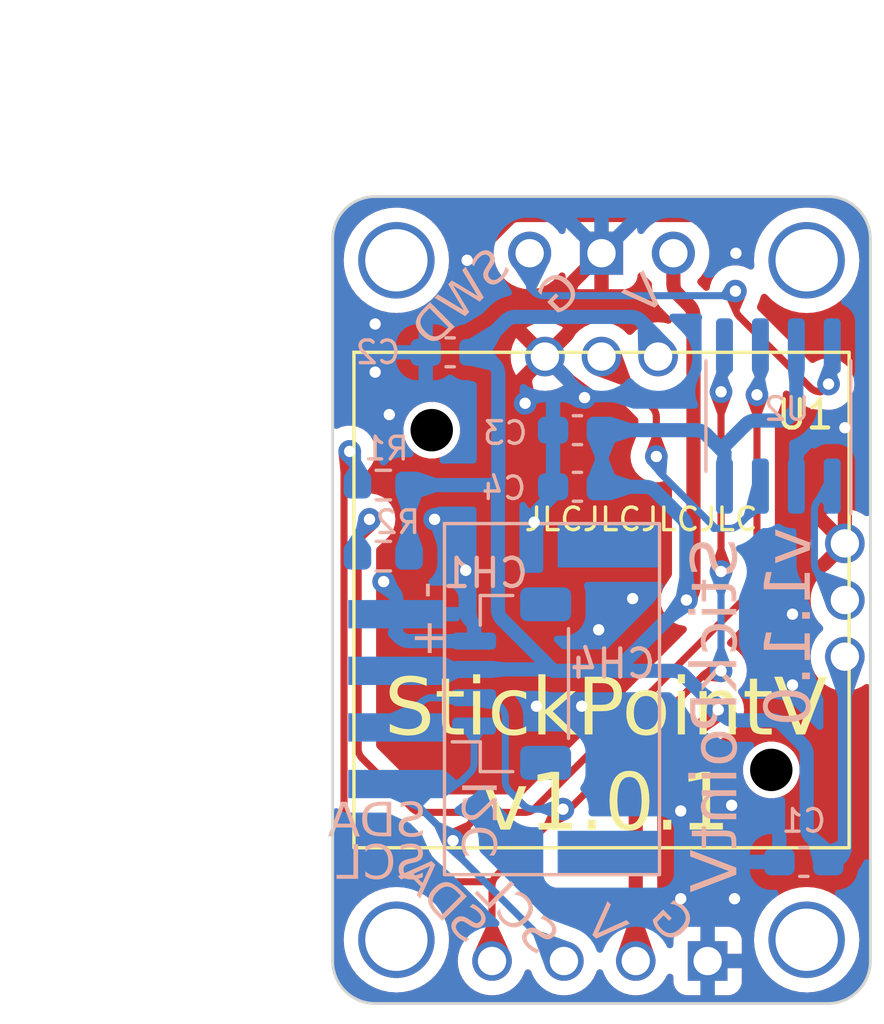
<source format=kicad_pcb>
(kicad_pcb (version 20240108) (generator "pcbnew") (generator_version "8.0")
  (title_block (title "StickPoint V") (rev "v1.1.0") (company "Atsushi Morimoto(@74th)"))
  (layers (0 "F.Cu" signal) (31 "B.Cu" signal) (34 "B.Paste" user) (35 "F.Paste" user) (36 "B.SilkS" user "B.Silkscreen") (37 "F.SilkS" user "F.Silkscreen") (38 "B.Mask" user) (39 "F.Mask" user) (44 "Edge.Cuts" user))
  (net 0 "")
  (net 1 "+3.3V")
  (net 2 "GND")
  (net 3 "/SCL")
  (net 4 "/SDA")
  (net 5 "/SWDIO")
  (net 6 "/XOUT")
  (net 7 "/YOUT")
  (footprint "$74th:M2_v2" (layer "F.Cu") (at 75.25 71.25)
    (property "Reference" "M2" (hide yes))
    (property "Value" "M2_v2" (hide yes))
    (pad "" thru_hole circle (at 0 0) (size 2.7 2.7) (drill 2.2) (layers "*.Cu" "*.Mask"))
  )
  (footprint "$74th:M2_v2" (layer "F.Cu") (at 75.25 47.25)
    (property "Reference" "M2" (hide yes))
    (property "Value" "M2_v2" (hide yes))
    (pad "" thru_hole circle (at 0 0) (size 2.7 2.7) (drill 2.2) (layers "*.Cu" "*.Mask"))
  )
  (footprint "74th:JoyStick_B10K" (layer "F.Cu") (at 68 59.25)
    (property "Reference" "U1" (at 7.2 -6.55 0) (layer "F.SilkS"))
    (property "Value" "joystick-b10k")
    (fp_rect (start -8.75 -8.75) (end 8.75 8.75) (stroke (width 0.12)) (fill none) (layer "F.SilkS"))
    (pad "" np_thru_hole circle (at -6 -6 90) (size 1.5 1.5) (drill 1.5) (layers "*.Mask"))
    (pad "" np_thru_hole circle (at 6 6 90) (size 1.5 1.5) (drill 1.5) (layers "*.Mask"))
    (pad "1" thru_hole circle (at -2 -8.6) (size 1.4 1.4) (drill 1) (layers "*.Cu" "*.Mask") (net 2 "GND"))
    (pad "2" thru_hole circle (at 0 -8.6) (size 1.4 1.4) (drill 1) (layers "*.Cu" "*.Mask") (net 6 "/XOUT"))
    (pad "3" thru_hole circle (at 2 -8.6) (size 1.4 1.4) (drill 1) (layers "*.Cu" "*.Mask") (net 1 "+3.3V"))
    (pad "4" thru_hole circle (at 8.6 2 90) (size 1.4 1.4) (drill 1) (layers "*.Cu" "*.Mask") (net 1 "+3.3V"))
    (pad "5" thru_hole circle (at 8.6 0 90) (size 1.4 1.4) (drill 1) (layers "*.Cu" "*.Mask") (net 7 "/YOUT"))
    (pad "6" thru_hole circle (at 8.6 -2 90) (size 1.4 1.4) (drill 1) (layers "*.Cu" "*.Mask") (net 2 "GND"))
  )
  (footprint "$74th:M2_v2" (layer "F.Cu") (at 60.75 47.25)
    (property "Reference" "M2" (hide yes))
    (property "Value" "M2_v2" (hide yes))
    (pad "" thru_hole circle (at 0 0) (size 2.7 2.7) (drill 2.2) (layers "*.Cu" "*.Mask"))
  )
  (footprint "$74th:M2_v2" (layer "F.Cu") (at 60.75 71.25)
    (property "Reference" "M2" (hide yes))
    (property "Value" "M2_v2" (hide yes))
    (pad "" thru_hole circle (at 0 0) (size 2.7 2.7) (drill 2.2) (layers "*.Cu" "*.Mask"))
  )
  (footprint "74th:PinOut_I2C_4Pin" (layer "B.Cu") (at 71.750707 72.000707 90)
    (property "Reference" "CH3" (hide yes))
    (property "Value" "I2C_Breakout" (hide yes))
    (fp_text user "SDA" (at 0.900707 -8.150707 -45) (layer "B.SilkS") (effects (font (size 1.2 1.2) (thickness 0.12)) (justify left mirror)))
    (fp_text user "G" (at 0.900707 -0.85 -45) (layer "B.SilkS") (effects (font (size 1.2 1.2) (thickness 0.12)) (justify left mirror)))
    (fp_text user "V" (at 0.800707 -3.250707 -45) (layer "B.SilkS") (effects (font (size 1.2 1.2) (thickness 0.12)) (justify left mirror)))
    (fp_text user "SCL" (at 0.500707 -5.650707 -45) (layer "B.SilkS") (effects (font (size 1.2 1.2) (thickness 0.12)) (justify left mirror)))
    (pad "1" thru_hole rect (at 0 0 90) (size 1.4 1.4) (drill 1) (layers "*.Cu" "*.Mask") (net 2 "GND"))
    (pad "2" thru_hole circle (at 0 -2.54 90) (size 1.4 1.4) (drill 1) (layers "*.Cu" "*.Mask") (net 1 "+3.3V"))
    (pad "3" thru_hole circle (at 0 -5.08 90) (size 1.4 1.4) (drill 1) (layers "*.Cu" "*.Mask") (net 3 "/SCL"))
    (pad "4" thru_hole circle (at 0 -7.62 90) (size 1.4 1.4) (drill 1) (layers "*.Cu" "*.Mask") (net 4 "/SDA"))
  )
  (footprint "74th:Register_0603_1608" (layer "B.Cu") (at 60.2875 55.19 180)
    (property "Reference" "R1" (at -0.1125 1.29 0) (layer "B.SilkS") (effects (font (size 0.8 0.8) (thickness 0.12)) (justify mirror)))
    (property "Value" "1k" (hide yes))
    (fp_line (start -0.254724 0.5225) (end 0.254724 0.5225) (stroke (width 0.12)) (layer "B.SilkS"))
    (fp_line (start -0.254724 -0.5225) (end 0.254724 -0.5225) (stroke (width 0.12)) (layer "B.SilkS"))
    (pad "1" smd roundrect (at -0.9125 0 180) (size 0.975 0.95) (layers "B.Cu" "B.Paste" "B.Mask") (net 1 "+3.3V"))
    (pad "2" smd roundrect (at 0.9125 0 180) (size 0.975 0.95) (layers "B.Cu" "B.Paste" "B.Mask") (net 4 "/SDA"))
  )
  (footprint "74th:Connector_SH-1.0_SMD_4Pin" (layer "B.Cu") (at 64.825 62.2 90)
    (property "Reference" "CH4" (at 0.7 3.575 180) (layer "B.SilkS") (effects (justify mirror)))
    (property "Value" "I2C Qwiic")
    (fp_line (start -2.06 -2.1) (end -2.06 -1.11) (stroke (width 0.12)) (layer "B.SilkS"))
    (fp_line (start 3.11 -1.11) (end 3.11 0.04) (stroke (width 0.12)) (layer "B.SilkS"))
    (fp_line (start 2.06 -1.11) (end 3.11 -1.11) (stroke (width 0.12)) (layer "B.SilkS"))
    (fp_line (start -2.06 -1.11) (end -3.11 -1.11) (stroke (width 0.12)) (layer "B.SilkS"))
    (fp_line (start -3.11 -1.11) (end -3.11 0.04) (stroke (width 0.12)) (layer "B.SilkS"))
    (fp_line (start 1.94 2.01) (end -1.94 2.01) (stroke (width 0.12)) (layer "B.SilkS"))
    (pad "" smd roundrect (at -2.8 1.2 90) (size 1.2 1.8) (layers "B.Cu" "B.Paste" "B.Mask") (roundrect_rratio 0.208333))
    (pad "" smd roundrect (at 2.8 1.2 90) (size 1.2 1.8) (layers "B.Cu" "B.Paste" "B.Mask") (roundrect_rratio 0.208333))
    (pad "1" smd roundrect (at -1.5 -1.325 90) (size 0.6 1.55) (layers "B.Cu" "B.Paste" "B.Mask") (net 3 "/SCL"))
    (pad "2" smd roundrect (at -0.5 -1.325 90) (size 0.6 1.55) (layers "B.Cu" "B.Paste" "B.Mask") (net 4 "/SDA"))
    (pad "3" smd roundrect (at 0.5 -1.325 90) (size 0.6 1.55) (layers "B.Cu" "B.Paste" "B.Mask") (net 1 "+3.3V"))
    (pad "4" smd roundrect (at 1.5 -1.325 90) (size 0.6 1.55) (layers "B.Cu" "B.Paste" "B.Mask") (net 2 "GND"))
  )
  (footprint "74th:Capacitor_0603_1608" (layer "B.Cu") (at 67.25 53.25 180)
    (property "Reference" "C3" (at 2.65 -0.1 0) (layer "B.SilkS") (effects (font (size 0.8 0.8) (thickness 0.12)) (justify mirror)))
    (property "Value" "100n" (hide yes))
    (fp_line (start -0.046267 0.51) (end 0.246267 0.51) (stroke (width 0.12)) (layer "B.SilkS"))
    (fp_line (start -0.046267 -0.51) (end 0.246267 -0.51) (stroke (width 0.12)) (layer "B.SilkS"))
    (pad "1" smd roundrect (at -0.7625 0 180) (size 1.075 0.95) (layers "B.Cu" "B.Paste" "B.Mask") (net 1 "+3.3V"))
    (pad "2" smd roundrect (at 0.9625 0 180) (size 1.075 0.95) (layers "B.Cu" "B.Paste" "B.Mask") (net 2 "GND"))
  )
  (footprint "74th:Connector_HY-2.0_SMD_4Pin" (layer "B.Cu") (at 60.75 62.75 -90)
    (property "Reference" "CH1" (at -4.45 -3.15 0) (layer "B.SilkS") (effects (justify mirror)))
    (property "Value" "I2C" (at 4.25 -3.05 90) (layer "B.SilkS") (effects (font (size 1.2 1.2)) (justify mirror)))
    (fp_rect (start -6.2 -1.7) (end 6.2 -9.3) (stroke (width 0.12)) (fill none) (layer "B.SilkS"))
    (pad "" smd rect (at -5.4 -7.5 90) (size 1.5 3.6) (layers "B.Cu" "B.Paste" "B.Mask"))
    (pad "" smd rect (at 5.4 -7.5 90) (size 1.5 3.6) (layers "B.Cu" "B.Paste" "B.Mask"))
    (pad "1" smd rect (at 3 0 90) (size 1 3.4) (layers "B.Cu" "B.Paste" "B.Mask") (net 3 "/SCL"))
    (pad "2" smd rect (at 1 0 90) (size 1 3.4) (layers "B.Cu" "B.Paste" "B.Mask") (net 4 "/SDA"))
    (pad "3" smd rect (at -1 0 90) (size 1 3.4) (layers "B.Cu" "B.Paste" "B.Mask") (net 1 "+3.3V"))
    (pad "4" smd rect (at -3 0 90) (size 1 3.4) (layers "B.Cu" "B.Paste" "B.Mask") (net 2 "GND"))
  )
  (footprint "74th:Capacitor_0603_1608" (layer "B.Cu") (at 67.25 55.25 180)
    (property "Reference" "C4" (at 2.7 -0.05 0) (layer "B.SilkS") (effects (font (size 0.8 0.8) (thickness 0.12)) (justify mirror)))
    (property "Value" "1u" (hide yes))
    (fp_line (start -0.046267 0.51) (end 0.246267 0.51) (stroke (width 0.12)) (layer "B.SilkS"))
    (fp_line (start -0.046267 -0.51) (end 0.246267 -0.51) (stroke (width 0.12)) (layer "B.SilkS"))
    (pad "1" smd roundrect (at -0.7625 0 180) (size 1.075 0.95) (layers "B.Cu" "B.Paste" "B.Mask") (net 1 "+3.3V"))
    (pad "2" smd roundrect (at 0.9625 0 180) (size 1.075 0.95) (layers "B.Cu" "B.Paste" "B.Mask") (net 2 "GND"))
  )
  (footprint "74th:PinOut_SWD_3Pin" (layer "B.Cu") (at 70.54 47 180)
    (property "Reference" "CH2" (hide yes))
    (property "Value" "SWD" (hide yes))
    (pad "1" thru_hole circle (at 0 0 180) (size 1.524 1.524) (drill 1) (layers "*.Cu" "*.Mask") (net 1 "+3.3V"))
    (pad "2" thru_hole rect (at 2.54 0 180) (size 1.524 1.524) (drill 1) (layers "*.Cu" "*.Mask") (net 2 "GND"))
    (pad "3" thru_hole circle (at 5.08 0 180) (size 1.524 1.524) (drill 1) (layers "*.Cu" "*.Mask") (net 5 "/SWDIO"))
  )
  (footprint "74th:Capacitor_0603_1608" (layer "B.Cu") (at 75.25 68.5 180)
    (property "Reference" "C1" (at 0.1 1.45 0) (layer "B.SilkS") (effects (font (size 0.8 0.8) (thickness 0.12)) (justify mirror)))
    (property "Value" "100n" (hide yes))
    (fp_line (start -0.046267 0.51) (end 0.246267 0.51) (stroke (width 0.12)) (layer "B.SilkS"))
    (fp_line (start -0.046267 -0.51) (end 0.246267 -0.51) (stroke (width 0.12)) (layer "B.SilkS"))
    (pad "1" smd roundrect (at -0.7625 0 180) (size 1.075 0.95) (layers "B.Cu" "B.Paste" "B.Mask") (net 1 "+3.3V"))
    (pad "2" smd roundrect (at 0.9625 0 180) (size 1.075 0.95) (layers "B.Cu" "B.Paste" "B.Mask") (net 2 "GND"))
  )
  (footprint "74th:Register_0603_1608" (layer "B.Cu") (at 60.2875 57.7 180)
    (property "Reference" "R2" (at -0.5125 1.2 0) (layer "B.SilkS") (effects (font (size 0.8 0.8) (thickness 0.12)) (justify mirror)))
    (property "Value" "1k" (hide yes))
    (fp_line (start -0.254724 0.5225) (end 0.254724 0.5225) (stroke (width 0.12)) (layer "B.SilkS"))
    (fp_line (start -0.254724 -0.5225) (end 0.254724 -0.5225) (stroke (width 0.12)) (layer "B.SilkS"))
    (pad "1" smd roundrect (at -0.9125 0 180) (size 0.975 0.95) (layers "B.Cu" "B.Paste" "B.Mask") (net 1 "+3.3V"))
    (pad "2" smd roundrect (at 0.9125 0 180) (size 0.975 0.95) (layers "B.Cu" "B.Paste" "B.Mask") (net 3 "/SCL"))
  )
  (footprint "74th:Capacitor_0603_1608" (layer "B.Cu") (at 62.75 50.5 180)
    (property "Reference" "C2" (at 2.65 0 0) (layer "B.SilkS") (effects (font (size 0.8 0.8) (thickness 0.12)) (justify mirror)))
    (property "Value" "100n" (hide yes))
    (fp_line (start -0.046267 0.51) (end 0.246267 0.51) (stroke (width 0.12)) (layer "B.SilkS"))
    (fp_line (start -0.046267 -0.51) (end 0.246267 -0.51) (stroke (width 0.12)) (layer "B.SilkS"))
    (pad "1" smd roundrect (at -0.7625 0 180) (size 1.075 0.95) (layers "B.Cu" "B.Paste" "B.Mask") (net 1 "+3.3V"))
    (pad "2" smd roundrect (at 0.9625 0 180) (size 1.075 0.95) (layers "B.Cu" "B.Paste" "B.Mask") (net 2 "GND"))
  )
  (footprint "Package_SO:SOIC-8_3.9x4.9mm_P1.27mm" (layer "B.Cu") (at 74.25 52.75 90)
    (property "Reference" "U2" (at 0.25 0.3 0) (layer "B.SilkS") (effects (font (size 0.8 0.8) (thickness 0.12)) (justify mirror)))
    (property "Value" "CH32V003J4M6")
    (fp_line (start 0 -2.56) (end 1.95 -2.56) (stroke (width 0.12)) (layer "B.SilkS"))
    (fp_line (start 0 -2.56) (end -1.95 -2.56) (stroke (width 0.12)) (layer "B.SilkS"))
    (fp_line (start 0 2.56) (end 1.95 2.56) (stroke (width 0.12)) (layer "B.SilkS"))
    (fp_line (start 0 2.56) (end -3.45 2.56) (stroke (width 0.12)) (layer "B.SilkS"))
    (pad "1" smd roundrect (at -2.475 1.905 90) (size 1.95 0.6) (layers "B.Cu" "B.Paste" "B.Mask") (net 7 "/YOUT"))
    (pad "2" smd roundrect (at -2.475 0.635 90) (size 1.95 0.6) (layers "B.Cu" "B.Paste" "B.Mask") (net 2 "GND"))
    (pad "3" smd roundrect (at -2.475 -0.635 90) (size 1.95 0.6) (layers "B.Cu" "B.Paste" "B.Mask") (net 6 "/XOUT"))
    (pad "4" smd roundrect (at -2.475 -1.905 90) (size 1.95 0.6) (layers "B.Cu" "B.Paste" "B.Mask") (net 1 "+3.3V"))
    (pad "5" smd roundrect (at 2.475 -1.905 90) (size 1.95 0.6) (layers "B.Cu" "B.Paste" "B.Mask") (net 4 "/SDA"))
    (pad "6" smd roundrect (at 2.475 -0.635 90) (size 1.95 0.6) (layers "B.Cu" "B.Paste" "B.Mask") (net 3 "/SCL"))
    (pad "7" smd roundrect (at 2.475 0.635 90) (size 1.95 0.6) (layers "B.Cu" "B.Paste" "B.Mask") (net 1 "+3.3V"))
    (pad "8" smd roundrect (at 2.475 1.905 90) (size 1.95 0.6) (layers "B.Cu" "B.Paste" "B.Mask") (net 5 "/SWDIO"))
  )
  (gr_line (start 77.5 46.5) (end 77.5 72) (stroke (width 0.1)) (layer "Edge.Cuts"))
  (gr_arc (start 60 73.5) (mid 58.93934 73.06066) (end 58.5 72) (stroke (width 0.1)) (layer "Edge.Cuts"))
  (gr_arc (start 77.5 72) (mid 77.06066 73.06066) (end 76 73.5) (stroke (width 0.1)) (layer "Edge.Cuts"))
  (gr_arc (start 76 45) (mid 77.06066 45.43934) (end 77.5 46.5) (stroke (width 0.1)) (layer "Edge.Cuts"))
  (gr_line (start 58.5 72) (end 58.5 46.5) (stroke (width 0.1)) (layer "Edge.Cuts"))
  (gr_line (start 76 73.5) (end 60 73.5) (stroke (width 0.1)) (layer "Edge.Cuts"))
  (gr_arc (start 58.5 46.5) (mid 58.93934 45.43934) (end 60 45) (stroke (width 0.1)) (layer "Edge.Cuts"))
  (gr_line (start 60 45) (end 76 45) (stroke (width 0.1)) (layer "Edge.Cuts"))
  (gr_text "+" (at 61.9 61.3 270) (layer "B.SilkS") (effects (font (size 1.2 1.2)) (justify left mirror)))
  (gr_text "G" (at 67 48 45) (layer "B.SilkS") (effects (font (size 1.2 1.2)) (justify left mirror)))
  (gr_text "-" (at 61.9 59.2 270) (layer "B.SilkS") (effects (font (size 1.2 1.2)) (justify left mirror)))
  (gr_text "V" (at 70 48.1 45) (layer "B.SilkS") (effects (font (size 1.2 1.2)) (justify left mirror)))
  (gr_text "StickPointV" (at 72.1 63.324 90) (layer "B.SilkS") (effects (font (size 1.6 1.6) (thickness 0.12)) (justify mirror)))
  (gr_text "SDA" (at 61.8 67.1 0) (layer "B.SilkS") (effects (font (size 1.2 1.2)) (justify left mirror)))
  (gr_text "v1.1.0" (at 74.7 60.2 90) (layer "B.SilkS") (effects (font (size 1.6 1.6) (thickness 0.12)) (justify mirror)))
  (gr_text "SCL" (at 61.8 68.6 0) (layer "B.SilkS") (effects (font (size 1.2 1.2)) (justify left mirror)))
  (gr_text "SWD" (at 64.5 47.2 45) (layer "B.SilkS") (effects (font (size 1.2 1.2)) (justify left mirror)))
  (gr_text "StickPointV\nv1.0.1" (at 68.16 64.848 0) (layer "F.SilkS") (effects (font (size 2 2))))
  (gr_text "JLCJLCJLCJLC" (at 69.4 56.4 0) (layer "F.SilkS") (effects (font (size 0.8 0.8) (thickness 0.12))))
  (segment (start 70.686447 48.436447) (end 71.103554 48.853554) (width 0.5) (layer "F.Cu") (net 1))
  (segment (start 69.356447 65.893553) (end 72.125 63.125) (width 0.5) (layer "F.Cu") (net 1))
  (segment (start 69.21 72) (end 69.21 66.247107) (width 0.5) (layer "F.Cu") (net 1))
  (segment (start 71.103553 59.146447) (end 71 59.25) (width 0.5) (layer "F.Cu") (net 1))
  (segment (start 71.25 49.207107) (end 71.25 58.792893) (width 0.5) (layer "F.Cu") (net 1))
  (segment (start 70.54 47) (end 70.54 48.082893) (width 0.5) (layer "F.Cu") (net 1))
  (via (at 71 59.25) (size 0.8) (drill 0.4) (layers "F.Cu" "B.Cu") (net 1))
  (via (at 72.125 63.125) (size 0.8) (drill 0.4) (layers "F.Cu" "B.Cu") (net 1))
  (arc (start 69.21 66.247107) (mid 69.24806 66.055765) (end 69.356447 65.893553) (width 0.5) (layer "F.Cu") (net 1))
  (arc (start 71.25 58.792893) (mid 71.21194 58.984235) (end 71.103553 59.146447) (width 0.5) (layer "F.Cu") (net 1))
  (arc (start 70.54 48.082893) (mid 70.57806 48.274235) (end 70.686447 48.436447) (width 0.5) (layer "F.Cu") (net 1))
  (arc (start 71.25 49.207107) (mid 71.21194 49.015766) (end 71.103554 48.853554) (width 0.5) (layer "F.Cu") (net 1))
  (segment (start 64.35 55.2) (end 64.35 51.269607) (width 0.5) (layer "B.Cu") (net 1))
  (segment (start 72.224 53.926) (end 71.694446 53.396446) (width 0.5) (layer "B.Cu") (net 1))
  (segment (start 72.224 53.926) (end 73.093554 53.056446) (width 0.5) (layer "B.Cu") (net 1))
  (segment (start 74.656447 52.763553) (end 74.738554 52.681446) (width 0.5) (layer "B.Cu") (net 1))
  (segment (start 71 62) (end 72.125 63.125) (width 0.5) (layer "B.Cu") (net 1))
  (segment (start 63.7875 50.2125) (end 64.603554 49.396446) (width 0.5) (layer "B.Cu") (net 1))
  (segment (start 68.292893 61.75) (end 67.25 61.75) (width 0.5) (layer "B.Cu") (net 1))
  (segment (start 64.34 55.19) (end 64.34 59.582893) (width 0.5) (layer "B.Cu") (net 1))
  (segment (start 74.396447 63.646447) (end 75.103554 64.353554) (width 0.5) (layer "B.Cu") (net 1))
  (segment (start 64.957107 49.25) (end 69.042893 49.25) (width 0.5) (layer "B.Cu") (net 1))
  (segment (start 73.447107 52.91) (end 74.302893 52.91) (width 0.5) (layer "B.Cu") (net 1))
  (segment (start 72.125 63.125) (end 72.353554 63.353554) (width 0.5) (layer "B.Cu") (net 1))
  (segment (start 67.25 61.75) (end 70.542893 61.75) (width 0.5) (layer "B.Cu") (net 1))
  (segment (start 64.203553 50.916053) (end 63.933946 50.646446) (width 0.5) (layer "B.Cu") (net 1))
  (segment (start 71 59.25) (end 68.646446 61.603554) (width 0.5) (layer "B.Cu") (net 1))
  (segment (start 75.25 64.707107) (end 75.25 67.255393) (width 0.5) (layer "B.Cu") (net 1))
  (segment (start 74.885 52.327893) (end 74.885 50.275) (width 0.5) (layer "B.Cu") (net 1))
  (segment (start 61.2 57.7) (end 61.2 55.19) (width 0.5) (layer "B.Cu") (net 1))
  (segment (start 76.0125 68.5) (end 76.0125 68.432107) (width 0.5) (layer "B.Cu") (net 1))
  (segment (start 70 50.207107) (end 70 50.65) (width 0.5) (layer "B.Cu") (net 1))
  (segment (start 70.853553 56.353553) (end 69.896446 55.396446) (width 0.5) (layer "B.Cu") (net 1))
  (segment (start 63.45 61.75) (end 63.5 61.7) (width 0.5) (layer "B.Cu") (net 1))
  (segment (start 64.486447 59.936447) (end 66.3 61.75) (width 0.5) (layer "B.Cu") (net 1))
  (segment (start 69.542893 55.25) (end 68.0125 55.25) (width 0.5) (layer "B.Cu") (net 1))
  (segment (start 76.453553 68.333947) (end 76.2875 68.5) (width 0.5) (layer "B.Cu") (net 1))
  (segment (start 63.5 61.7) (end 66.25 61.7) (width 0.5) (layer "B.Cu") (net 1))
  (segment (start 72.345 54.047) (end 72.224 53.926) (width 0.5) (layer "B.Cu") (net 1))
  (segment (start 64.34 55.19) (end 64.35 55.2) (width 0.5) (layer "B.Cu") (net 1))
  (segment (start 68.0125 53.25) (end 68.0125 55.25) (width 0.5) (layer "B.Cu") (net 1))
  (segment (start 75.866053 68.078553) (end 75.396447 67.608947) (width 0.5) (layer "B.Cu") (net 1))
  (segment (start 71 59.25) (end 71 56.707107) (width 0.5) (layer "B.Cu") (net 1))
  (segment (start 63.7875 50.292893) (end 63.7875 50.2125) (width 0.5) (layer "B.Cu") (net 1))
  (segment (start 60.75 61.75) (end 63.45 61.75) (width 0.5) (layer "B.Cu") (net 1))
  (segment (start 71.340893 53.25) (end 68.0125 53.25) (width 0.5) (layer "B.Cu") (net 1))
  (segment (start 69.396447 49.396447) (end 69.853554 49.853554) (width 0.5) (layer "B.Cu") (net 1))
  (segment (start 76.6 61.25) (end 76.6 67.980393) (width 0.5) (layer "B.Cu") (net 1))
  (segment (start 70.896447 61.896447) (end 71 62) (width 0.5) (layer "B.Cu") (net 1))
  (segment (start 72.345 55.225) (end 72.345 54.047) (width 0.5) (layer "B.Cu") (net 1))
  (segment (start 66.3 61.75) (end 67.25 61.75) (width 0.5) (layer "B.Cu") (net 1))
  (segment (start 72.707107 63.5) (end 74.042893 63.5) (width 0.5) (layer "B.Cu") (net 1))
  (segment (start 61.2 55.19) (end 64.34 55.19) (width 0.5) (layer "B.Cu") (net 1))
  (segment (start 66.25 61.7) (end 66.3 61.75) (width 0.5) (layer "B.Cu") (net 1))
  (arc (start 71 56.707107) (mid 70.96194 56.515765) (end 70.853553 56.353553) (width 0.5) (layer "B.Cu") (net 1))
  (arc (start 63.933946 50.646446) (mid 63.82556 50.484234) (end 63.7875 50.292893) (width 0.5) (layer "B.Cu") (net 1))
  (arc (start 70 50.207107) (mid 69.96194 50.015766) (end 69.853554 49.853554) (width 0.5) (layer "B.Cu") (net 1))
  (arc (start 76.0125 68.432107) (mid 75.97444 68.240765) (end 75.866053 68.078553) (width 0.5) (layer "B.Cu") (net 1))
  (arc (start 64.486447 59.936447) (mid 64.37806 59.774235) (end 64.34 59.582893) (width 0.5) (layer "B.Cu") (net 1))
  (arc (start 64.35 51.269607) (mid 64.31194 51.078265) (end 64.203553 50.916053) (width 0.5) (layer "B.Cu") (net 1))
  (arc (start 75.25 64.707107) (mid 75.21194 64.515766) (end 75.103554 64.353554) (width 0.5) (layer "B.Cu") (net 1))
  (arc (start 74.656447 52.763553) (mid 74.494235 52.87194) (end 74.302893 52.91) (width 0.5) (layer "B.Cu") (net 1))
  (arc (start 69.042893 49.25) (mid 69.234235 49.28806) (end 69.396447 49.396447) (width 0.5) (layer "B.Cu") (net 1))
  (arc (start 72.353554 63.353554) (mid 72.515766 63.46194) (end 72.707107 63.5) (width 0.5) (layer "B.Cu") (net 1))
  (arc (start 68.646446 61.603554) (mid 68.484234 61.71194) (end 68.292893 61.75) (width 0.5) (layer "B.Cu") (net 1))
  (arc (start 74.396447 63.646447) (mid 74.234235 63.53806) (end 74.042893 63.5) (width 0.5) (layer "B.Cu") (net 1))
  (arc (start 71.694446 53.396446) (mid 71.532234 53.28806) (end 71.340893 53.25) (width 0.5) (layer "B.Cu") (net 1))
  (arc (start 69.896446 55.396446) (mid 69.734234 55.28806) (end 69.542893 55.25) (width 0.5) (layer "B.Cu") (net 1))
  (arc (start 70.542893 61.75) (mid 70.734235 61.78806) (end 70.896447 61.896447) (width 0.5) (layer "B.Cu") (net 1))
  (arc (start 74.738554 52.681446) (mid 74.84694 52.519234) (end 74.885 52.327893) (width 0.5) (layer "B.Cu") (net 1))
  (arc (start 64.957107 49.25) (mid 64.765766 49.28806) (end 64.603554 49.396446) (width 0.5) (layer "B.Cu") (net 1))
  (arc (start 73.093554 53.056446) (mid 73.255766 52.94806) (end 73.447107 52.91) (width 0.5) (layer "B.Cu") (net 1))
  (arc (start 75.25 67.255393) (mid 75.28806 67.446735) (end 75.396447 67.608947) (width 0.5) (layer "B.Cu") (net 1))
  (arc (start 76.6 67.980393) (mid 76.56194 68.171735) (end 76.453553 68.333947) (width 0.5) (layer "B.Cu") (net 1))
  (segment (start 67.652 52.302) (end 67.45 52.1) (width 0.5) (layer "F.Cu") (net 2))
  (segment (start 67.45 52.1) (end 67.4 52.1) (width 0.5) (layer "F.Cu") (net 2))
  (segment (start 76.6 53.164) (end 76.6 57.25) (width 0.5) (layer "F.Cu") (net 2))
  (segment (start 67.4 52.1) (end 67.4 52.05) (width 0.5) (layer "F.Cu") (net 2))
  (segment (start 66 50.65) (end 63.480446 48.130446) (width 0.5) (layer "F.Cu") (net 2))
  (segment (start 65.3 51.557107) (end 65.3 52.3) (width 0.5) (layer "F.Cu") (net 2))
  (segment (start 63.334 47.334) (end 63.25 47.25) (width 0.5) (layer "F.Cu") (net 2))
  (segment (start 67.036447 47.963553) (end 68 47) (width 0.5) (layer "F.Cu") (net 2))
  (segment (start 66 50.65) (end 65.446446 51.203554) (width 0.5) (layer "F.Cu") (net 2))
  (segment (start 66 50.65) (end 66.743554 49.906446) (width 0.5) (layer "F.Cu") (net 2))
  (segment (start 71.546447 45.796447) (end 72.75 47) (width 0.5) (layer "F.Cu") (net 2))
  (segment (start 63.25 47.25) (end 64.703554 45.796446) (width 0.5) (layer "F.Cu") (net 2))
  (segment (start 63.334 47.776893) (end 63.334 47.334) (width 0.5) (layer "F.Cu") (net 2))
  (segment (start 65.057107 45.65) (end 71.192893 45.65) (width 0.5) (layer "F.Cu") (net 2))
  (segment (start 66.89 49.552893) (end 66.89 48.317107) (width 0.5) (layer "F.Cu") (net 2))
  (segment (start 67.4 52.05) (end 66 50.65) (width 0.5) (layer "F.Cu") (net 2))
  (via (at 69.1 59.2) (size 0.8) (drill 0.4) (layers "F.Cu" "B.Cu") (net 2))
  (via (at 70.8 66.7) (size 0.8) (drill 0.4) (layers "F.Cu" "B.Cu") (net 2))
  (via (at 72.6 66.5) (size 0.8) (drill 0.4) (layers "F.Cu" "B.Cu") (net 2))
  (via (at 74.75 59.75) (size 0.8) (drill 0.4) (layers "F.Cu" "B.Cu") (net 2))
  (via (at 60.5 52.7) (size 0.8) (drill 0.4) (layers "F.Cu" "B.Cu") (net 2))
  (via (at 60 49.5) (size 0.8) (drill 0.4) (layers "F.Cu" "B.Cu") (net 2))
  (via (at 65.62 56.5) (size 0.8) (drill 0.4) (layers "F.Cu" "B.Cu") (net 2))
  (via (at 67.9 60.3) (size 0.8) (drill 0.4) (layers "F.Cu" "B.Cu") (net 2))
  (via (at 63.2 58.2) (size 0.8) (drill 0.4) (layers "F.Cu" "B.Cu") (net 2))
  (via (at 72.75 47) (size 0.8) (drill 0.4) (layers "F.Cu" "B.Cu") (net 2))
  (via (at 76.6 53.164) (size 0.8) (drill 0.4) (layers "F.Cu" "B.Cu") (net 2))
  (via (at 62.1 56.4) (size 0.8) (drill 0.4) (layers "F.Cu" "B.Cu") (net 2))
  (via (at 60 51.2) (size 0.8) (drill 0.4) (layers "F.Cu" "B.Cu") (net 2))
  (via (at 70.8 69.8) (size 0.8) (drill 0.4) (layers "F.Cu" "B.Cu") (net 2))
  (via (at 65.7 63) (size 0.8) (drill 0.4) (layers "F.Cu" "B.Cu") (net 2))
  (via (at 65.3 52.3) (size 0.8) (drill 0.4) (layers "F.Cu" "B.Cu") (net 2))
  (via (at 72.7 69.8) (size 0.8) (drill 0.4) (layers "F.Cu" "B.Cu") (net 2))
  (via (at 63.25 47.25) (size 0.8) (drill 0.4) (layers "F.Cu" "B.Cu") (net 2))
  (via (at 67.4 52.1) (size 0.8) (drill 0.4) (layers "F.Cu" "B.Cu") (net 2))
  (via (at 74.75 62.25) (size 0.8) (drill 0.4) (layers "F.Cu" "B.Cu") (net 2))
  (via (at 60.3 58.6) (size 0.8) (drill 0.4) (layers "F.Cu" "B.Cu") (net 2))
  (via (at 67.3 63) (size 0.8) (drill 0.4) (layers "F.Cu" "B.Cu") (net 2))
  (arc (start 65.3 51.557107) (mid 65.33806 51.365766) (end 65.446446 51.203554) (width 0.5) (layer "F.Cu") (net 2))
  (arc (start 65.057107 45.65) (mid 64.865766 45.68806) (end 64.703554 45.796446) (width 0.5) (layer "F.Cu") (net 2))
  (arc (start 63.334 47.776893) (mid 63.37206 47.968234) (end 63.480446 48.130446) (width 0.5) (layer "F.Cu") (net 2))
  (arc (start 71.546447 45.796447) (mid 71.384235 45.68806) (end 71.192893 45.65) (width 0.5) (layer "F.Cu") (net 2))
  (arc (start 66.89 48.317107) (mid 66.92806 48.125765) (end 67.036447 47.963553) (width 0.5) (layer "F.Cu") (net 2))
  (arc (start 66.89 49.552893) (mid 66.85194 49.744234) (end 66.743554 49.906446) (width 0.5) (layer "F.Cu") (net 2))
  (segment (start 65.766447 56.065553) (end 66.382 55.45) (width 0.5) (layer "B.Cu") (net 2))
  (segment (start 74.885 55.225) (end 74.885 54.266107) (width 0.5) (layer "B.Cu") (net 2))
  (segment (start 68 47) (end 69.353554 45.646446) (width 0.5) (layer "B.Cu") (net 2))
  (segment (start 65.75 45.5) (end 70.75 45.5) (width 0.5) (layer "B.Cu") (net 2))
  (segment (start 65.75 45.5) (end 64.957107 45.5) (width 0.5) (layer "B.Cu") (net 2))
  (segment (start 63.25 47.207107) (end 63.25 47.25) (width 0.5) (layer "B.Cu") (net 2))
  (segment (start 76.6 53.164) (end 75.78 53.164) (width 0.5) (layer "B.Cu") (net 2))
  (segment (start 75.031447 53.912553) (end 75.78 53.164) (width 0.5) (layer "B.Cu") (net 2))
  (segment (start 68 47) (end 66.646446 45.646446) (width 0.5) (layer "B.Cu") (net 2))
  (segment (start 64.603553 45.646447) (end 63.396446 46.853554) (width 0.5) (layer "B.Cu") (net 2))
  (segment (start 75.272 53.672) (end 75.018 53.926) (width 0.5) (layer "B.Cu") (net 2))
  (segment (start 75.78 53.164) (end 75.272 53.672) (width 0.5) (layer "B.Cu") (net 2))
  (segment (start 60.853553 60.553553) (end 60.7 60.4) (width 0.5) (layer "B.Cu") (net 2))
  (segment (start 63.2 58.2) (end 63.2 59.592893) (width 0.5) (layer "B.Cu") (net 2))
  (segment (start 63.346447 59.946447) (end 63.353554 59.953554) (width 0.5) (layer "B.Cu") (net 2))
  (segment (start 66.2875 55.3555) (end 66.2875 55.25) (width 0.5) (layer "B.Cu") (net 2))
  (segment (start 60.3 58.6) (end 60.603554 58.903554) (width 0.5) (layer "B.Cu") (net 2))
  (segment (start 66.2875 55.25) (end 66.2875 53.25) (width 0.5) (layer "B.Cu") (net 2))
  (segment (start 69.707107 45.5) (end 70.75 45.5) (width 0.5) (layer "B.Cu") (net 2))
  (segment (start 63.5 60.7) (end 61.207107 60.7) (width 0.5) (layer "B.Cu") (net 2))
  (segment (start 60.7 60.4) (end 60.75 60.35) (width 0.5) (layer "B.Cu") (net 2))
  (segment (start 66.382 55.45) (end 66.2875 55.3555) (width 0.5) (layer "B.Cu") (net 2))
  (segment (start 60.75 60.35) (end 60.75 59.75) (width 0.5) (layer "B.Cu") (net 2))
  (segment (start 60.75 59.257107) (end 60.75 59.75) (width 0.5) (layer "B.Cu") (net 2))
  (segment (start 63.5 60.307107) (end 63.5 60.7) (width 0.5) (layer "B.Cu") (net 2))
  (segment (start 71.396447 45.646447) (end 72.75 47) (width 0.5) (layer "B.Cu") (net 2))
  (segment (start 66.292893 45.5) (end 65.75 45.5) (width 0.5) (layer "B.Cu") (net 2))
  (segment (start 70.75 45.5) (end 71.042893 45.5) (width 0.5) (layer "B.Cu") (net 2))
  (segment (start 65.62 56.5) (end 65.62 56.419107) (width 0.5) (layer "B.Cu") (net 2))
  (arc (start 64.957107 45.5) (mid 64.765765 45.53806) (end 64.603553 45.646447) (width 0.5) (layer "B.Cu") (net 2))
  (arc (start 61.207107 60.7) (mid 61.015765 60.66194) (end 60.853553 60.553553) (width 0.5) (layer "B.Cu") (net 2))
  (arc (start 63.396446 46.853554) (mid 63.28806 47.015766) (end 63.25 47.207107) (width 0.5) (layer "B.Cu") (net 2))
  (arc (start 60.603554 58.903554) (mid 60.71194 59.065766) (end 60.75 59.257107) (width 0.5) (layer "B.Cu") (net 2))
  (arc (start 69.707107 45.5) (mid 69.515766 45.53806) (end 69.353554 45.646446) (width 0.5) (layer "B.Cu") (net 2))
  (arc (start 65.766447 56.065553) (mid 65.65806 56.227765) (end 65.62 56.419107) (width 0.5) (layer "B.Cu") (net 2))
  (arc (start 66.292893 45.5) (mid 66.484234 45.53806) (end 66.646446 45.646446) (width 0.5) (layer "B.Cu") (net 2))
  (arc (start 71.396447 45.646447) (mid 71.234235 45.53806) (end 71.042893 45.5) (width 0.5) (layer "B.Cu") (net 2))
  (arc (start 75.031447 53.912553) (mid 74.92306 54.074765) (end 74.885 54.266107) (width 0.5) (layer "B.Cu") (net 2))
  (arc (start 63.2 59.592893) (mid 63.23806 59.784235) (end 63.346447 59.946447) (width 0.5) (layer "B.Cu") (net 2))
  (arc (start 63.353554 59.953554) (mid 63.46194 60.115766) (end 63.5 60.307107) (width 0.5) (layer "B.Cu") (net 2))
  (segment (start 59.4 64.492893) (end 59.4 57.357107) (width 0.25) (layer "F.Cu") (net 3))
  (segment (start 73.494 52.0005) (end 73.494 58.548893) (width 0.25) (layer "F.Cu") (net 3))
  (segment (start 65.292893 66.75) (end 63.957107 66.75) (width 0.25) (layer "F.Cu") (net 3))
  (segment (start 73.347553 58.902447) (end 65.646446 66.603554) (width 0.25) (layer "F.Cu") (net 3))
  (segment (start 63.603553 66.896447) (end 62.75 67.75) (width 0.25) (layer "F.Cu") (net 3))
  (segment (start 61.303553 66.603553) (end 59.546446 64.846446) (width 0.25) (layer "F.Cu") (net 3))
  (segment (start 59.546447 57.003553) (end 59.653554 56.896446) (width 0.25) (layer "F.Cu") (net 3))
  (segment (start 59.8 56.542893) (end 59.8 56.4) (width 0.25) (layer "F.Cu") (net 3))
  (segment (start 63.957107 66.75) (end 61.657107 66.75) (width 0.25) (layer "F.Cu") (net 3))
  (via (at 62.75 67.75) (size 0.8) (drill 0.4) (layers "F.Cu" "B.Cu") (net 3))
  (via (at 73.494 52.0005) (size 0.8) (drill 0.4) (layers "F.Cu" "B.Cu") (net 3))
  (via (at 59.8 56.4) (size 0.8) (drill 0.4) (layers "F.Cu" "B.Cu") (net 3))
  (arc (start 73.347553 58.902447) (mid 73.45594 58.740235) (end 73.494 58.548893) (width 0.25) (layer "F.Cu") (net 3))
  (arc (start 63.603553 66.896447) (mid 63.765765 66.78806) (end 63.957107 66.75) (width 0.25) (layer "F.Cu") (net 3))
  (arc (start 59.4 57.357107) (mid 59.43806 57.165765) (end 59.546447 57.003553) (width 0.25) (layer "F.Cu") (net 3))
  (arc (start 59.653554 56.896446) (mid 59.76194 56.734234) (end 59.8 56.542893) (width 0.25) (layer "F.Cu") (net 3))
  (arc (start 61.303553 66.603553) (mid 61.465765 66.71194) (end 61.657107 66.75) (width 0.25) (layer "F.Cu") (net 3))
  (arc (start 59.4 64.492893) (mid 59.43806 64.684234) (end 59.546446 64.846446) (width 0.25) (layer "F.Cu") (net 3))
  (arc (start 65.646446 66.603554) (mid 65.484234 66.71194) (end 65.292893 66.75) (width 0.25) (layer "F.Cu") (net 3))
  (segment (start 59.521447 56.678553) (end 59.8 56.4) (width 0.25) (layer "B.Cu") (net 3))
  (segment (start 73.615 50.275) (end 73.615 51.8795) (width 0.25) (layer "B.Cu") (net 3))
  (segment (start 62.75 67.872893) (end 62.75 67.75) (width 0.25) (layer "B.Cu") (net 3))
  (segment (start 63.096447 65.603553) (end 63.353554 65.346446) (width 0.25) (layer "B.Cu") (net 3))
  (segment (start 66.67 72) (end 62.896446 68.226446) (width 0.25) (layer "B.Cu") (net 3))
  (segment (start 63.5 63.7) (end 63.5 64.992893) (width 0.25) (layer "B.Cu") (net 3))
  (segment (start 59.375 57.7) (end 59.375 57.032107) (width 0.25) (layer "B.Cu") (net 3))
  (segment (start 60.75 65.75) (end 62.742893 65.75) (width 0.25) (layer "B.Cu") (net 3))
  (segment (start 62.75 67.75) (end 60.75 65.75) (width 0.25) (layer "B.Cu") (net 3))
  (segment (start 73.615 51.8795) (end 73.494 52.0005) (width 0.25) (layer "B.Cu") (net 3))
  (arc (start 59.521447 56.678553) (mid 59.41306 56.840765) (end 59.375 57.032107) (width 0.25) (layer "B.Cu") (net 3))
  (arc (start 62.896446 68.226446) (mid 62.78806 68.064234) (end 62.75 67.872893) (width 0.25) (layer "B.Cu") (net 3))
  (arc (start 63.5 64.992893) (mid 63.46194 65.184234) (end 63.353554 65.346446) (width 0.25) (layer "B.Cu") (net 3))
  (arc (start 62.742893 65.75) (mid 62.934235 65.71194) (end 63.096447 65.603553) (width 0.25) (layer "B.Cu") (net 3))
  (segment (start 58.9 54.407107) (end 58.9 66.492893) (width 0.25) (layer "F.Cu") (net 4))
  (segment (start 66.637299 66.637299) (end 64.276446 68.998152) (width 0.25) (layer "F.Cu") (net 4))
  (segment (start 71.603553 61.896447) (end 67.009147 66.490853) (width 0.25) (layer "F.Cu") (net 4))
  (segment (start 64.13 69.351705) (end 64.13 72) (width 0.25) (layer "F.Cu") (net 4))
  (segment (start 59.046447 66.846447) (end 61.253554 69.053554) (width 0.25) (layer "F.Cu") (net 4))
  (segment (start 59.1 54) (end 59.046446 54.053554) (width 0.25) (layer "F.Cu") (net 4))
  (segment (start 61.607107 69.2) (end 64.153573 69.2) (width 0.25) (layer "F.Cu") (net 4))
  (segment (start 72.224 58.244) (end 72.224 51.894) (width 0.25) (layer "F.Cu") (net 4))
  (segment (start 66.655594 66.637299) (end 66.637299 66.637299) (width 0.25) (layer "F.Cu") (net 4))
  (segment (start 72.224 61.75) (end 71.957107 61.75) (width 0.25) (layer "F.Cu") (net 4))
  (via (at 72.224 61.75) (size 0.8) (drill 0.4) (layers "F.Cu" "B.Cu") (net 4))
  (via (at 72.224 58.244) (size 0.8) (drill 0.4) (layers "F.Cu" "B.Cu") (net 4))
  (via (at 59.1 54) (size 0.8) (drill 0.4) (layers "F.Cu" "B.Cu") (net 4))
  (via (at 66.637299 66.637299) (size 0.8) (drill 0.4) (layers "F.Cu" "B.Cu") (net 4))
  (via (at 72.224 51.894) (size 0.8) (drill 0.4) (layers "F.Cu" "B.Cu") (net 4))
  (arc (start 61.253554 69.053554) (mid 61.415766 69.16194) (end 61.607107 69.2) (width 0.25) (layer "F.Cu") (net 4))
  (arc (start 58.9 66.492893) (mid 58.93806 66.684235) (end 59.046447 66.846447) (width 0.25) (layer "F.Cu") (net 4))
  (arc (start 71.957107 61.75) (mid 71.765765 61.78806) (end 71.603553 61.896447) (width 0.25) (layer "F.Cu") (net 4))
  (arc (start 58.9 54.407107) (mid 58.93806 54.215766) (end 59.046446 54.053554) (width 0.25) (layer "F.Cu") (net 4))
  (arc (start 64.276446 68.998152) (mid 64.16806 69.160364) (end 64.13 69.351705) (width 0.25) (layer "F.Cu") (net 4))
  (arc (start 66.655594 66.637299) (mid 66.846935 66.599239) (end 67.009147 66.490853) (width 0.25) (layer "F.Cu") (net 4))
  (segment (start 66.637299 66.637299) (end 65.594406 66.637299) (width 0.25) (layer "B.Cu") (net 4))
  (segment (start 64.746447 65.996447) (end 64.875 66.125) (width 0.25) (layer "B.Cu") (net 4))
  (segment (start 62.292893 63.75) (end 60.75 63.75) (width 0.25) (layer "B.Cu") (net 4))
  (segment (start 63.5 62.7) (end 63.892893 62.7) (width 0.25) (layer "B.Cu") (net 4))
  (segment (start 72.2 50.42) (end 72.345 50.275) (width 0.25) (layer "B.Cu") (net 4))
  (segment (start 64.6 63.407107) (end 64.6 65.642893) (width 0.25) (layer "B.Cu") (net 4))
  (segment (start 60.75 63.75) (end 61.653554 62.846446) (width 0.25) (layer "B.Cu") (net 4))
  (segment (start 64.246447 62.846447) (end 64.453554 63.053554) (width 0.25) (layer "B.Cu") (net 4))
  (segment (start 59.1 54) (end 59.228554 54.128554) (width 0.25) (layer "B.Cu") (net 4))
  (segment (start 65.240852 66.490852) (end 64.875 66.125) (width 0.25) (layer "B.Cu") (net 4))
  (segment (start 59.375 54.482107) (end 59.375 55.19) (width 0.25) (layer "B.Cu") (net 4))
  (segment (start 72.224 61.75) (end 72.224 58.244) (width 0.25) (layer "B.Cu") (net 4))
  (segment (start 72.224 51.894) (end 72.224 50.396) (width 0.25) (layer "B.Cu") (net 4))
  (segment (start 72.224 50.396) (end 72.345 50.275) (width 0.25) (layer "B.Cu") (net 4))
  (segment (start 62.007107 62.7) (end 63.5 62.7) (width 0.25) (layer "B.Cu") (net 4))
  (arc (start 64.746447 65.996447) (mid 64.63806 65.834235) (end 64.6 65.642893) (width 0.25) (layer "B.Cu") (net 4))
  (arc (start 62.007107 62.7) (mid 61.815766 62.73806) (end 61.653554 62.846446) (width 0.25) (layer "B.Cu") (net 4))
  (arc (start 65.240852 66.490852) (mid 65.403064 66.599239) (end 65.594406 66.637299) (width 0.25) (layer "B.Cu") (net 4))
  (arc (start 64.453554 63.053554) (mid 64.56194 63.215766) (end 64.6 63.407107) (width 0.25) (layer "B.Cu") (net 4))
  (arc (start 59.375 54.482107) (mid 59.33694 54.290766) (end 59.228554 54.128554) (width 0.25) (layer "B.Cu") (net 4))
  (arc (start 64.246447 62.846447) (mid 64.084235 62.73806) (end 63.892893 62.7) (width 0.25) (layer "B.Cu") (net 4))
  (segment (start 75.733107 51.894) (end 75.751039 51.894) (width 0.25) (layer "F.Cu") (net 5))
  (segment (start 72.732 48.338) (end 72.732 48.892893) (width 0.25) (layer "F.Cu") (net 5))
  (segment (start 75.751039 51.894) (end 76.023822 51.621217) (width 0.25) (layer "F.Cu") (net 5))
  (segment (start 72.878447 49.246447) (end 75.379554 51.747554) (width 0.25) (layer "F.Cu") (net 5))
  (via (at 76.023822 51.621217) (size 0.8) (drill 0.4) (layers "F.Cu" "B.Cu") (net 5))
  (via (at 72.732 48.338) (size 0.8) (drill 0.4) (layers "F.Cu" "B.Cu") (net 5))
  (arc (start 75.379554 51.747554) (mid 75.541766 51.85594) (end 75.733107 51.894) (width 0.25) (layer "F.Cu") (net 5))
  (arc (start 72.878447 49.246447) (mid 72.77006 49.084235) (end 72.732 48.892893) (width 0.25) (layer "F.Cu") (net 5))
  (segment (start 76.023822 50.406178) (end 76.155 50.275) (width 0.25) (layer "B.Cu") (net 5))
  (segment (start 76.023822 51.621217) (end 76.023822 50.406178) (width 0.25) (layer "B.Cu") (net 5))
  (segment (start 65.603553 48.353553) (end 65.46 48.21) (width 0.25) (layer "B.Cu") (net 5))
  (segment (start 65.46 48.21) (end 65.46 47) (width 0.25) (layer "B.Cu") (net 5))
  (segment (start 72.25 48.5) (end 72.362893 48.5) (width 0.25) (layer "B.Cu") (net 5))
  (segment (start 72.716447 48.353553) (end 72.732 48.338) (width 0.25) (layer "B.Cu") (net 5))
  (segment (start 72.25 48.5) (end 65.957107 48.5) (width 0.25) (layer "B.Cu") (net 5))
  (arc (start 65.957107 48.5) (mid 65.765765 48.46194) (end 65.603553 48.353553) (width 0.25) (layer "B.Cu") (net 5))
  (arc (start 72.716447 48.353553) (mid 72.554235 48.46194) (end 72.362893 48.5) (width 0.25) (layer "B.Cu") (net 5))
  (segment (start 69.791553 52.441553) (end 68 50.65) (width 0.25) (layer "F.Cu") (net 6))
  (segment (start 69.938 54.18) (end 69.938 52.795107) (width 0.25) (layer "F.Cu") (net 6))
  (via (at 69.938 54.18) (size 0.8) (drill 0.4) (layers "F.Cu" "B.Cu") (net 6))
  (arc (start 69.791553 52.441553) (mid 69.89994 52.603765) (end 69.938 52.795107) (width 0.25) (layer "F.Cu") (net 6))
  (segment (start 72.524893 56.72) (end 71.97 56.72) (width 0.25) (layer "B.Cu") (net 6))
  (segment (start 73.468553 55.983447) (end 72.878446 56.573554) (width 0.25) (layer "B.Cu") (net 6))
  (segment (start 73.5 55.34) (end 73.615 55.225) (width 0.25) (layer "B.Cu") (net 6))
  (segment (start 69.938 54.41772) (end 69.938 54.18) (width 0.25) (layer "B.Cu") (net 6))
  (segment (start 71.97 56.72) (end 71.97 56.656827) (width 0.25) (layer "B.Cu") (net 6))
  (segment (start 71.97 56.656827) (end 70.084446 54.771273) (width 0.25) (layer "B.Cu") (net 6))
  (segment (start 73.615 55.225) (end 73.615 55.629893) (width 0.25) (layer "B.Cu") (net 6))
  (arc (start 72.524893 56.72) (mid 72.716234 56.68194) (end 72.878446 56.573554) (width 0.25) (layer "B.Cu") (net 6))
  (arc (start 70.084446 54.771273) (mid 69.97606 54.609061) (end 69.938 54.41772) (width 0.25) (layer "B.Cu") (net 6))
  (arc (start 73.468553 55.983447) (mid 73.57694 55.821235) (end 73.615 55.629893) (width 0.25) (layer "B.Cu") (net 6))
  (segment (start 75.526 57.968893) (end 75.526 56.061107) (width 0.25) (layer "B.Cu") (net 7))
  (segment (start 75.672447 55.707553) (end 76.155 55.225) (width 0.25) (layer "B.Cu") (net 7))
  (segment (start 76.6 59.25) (end 75.672446 58.322446) (width 0.25) (layer "B.Cu") (net 7))
  (arc (start 75.526 56.061107) (mid 75.56406 55.869765) (end 75.672447 55.707553) (width 0.25) (layer "B.Cu") (net 7))
  (arc (start 75.526 57.968893) (mid 75.56406 58.160234) (end 75.672446 58.322446) (width 0.25) (layer "B.Cu") (net 7))
  (zone (net 2) (net_name "GND") (layers "F&B.Cu") (connect_pads (clearance 0.508)) (min_thickness 0.254) (fill yes (thermal_gap 0.508) (thermal_bridge_width 0.508))
    (polygon (pts (xy 78 74.25) (xy 58 74.25) (xy 58 44.25) (xy 78 44.25)))
  )
)
</source>
